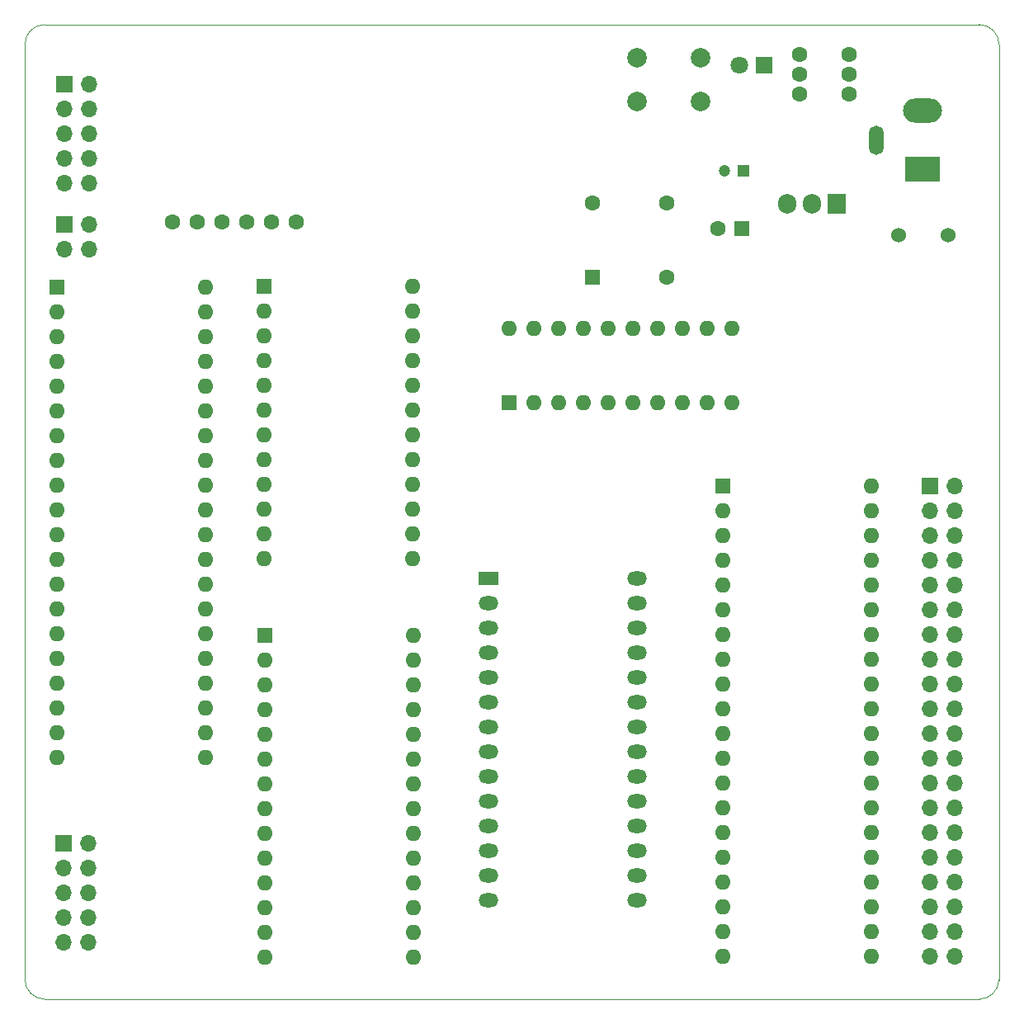
<source format=gbs>
G04 #@! TF.GenerationSoftware,KiCad,Pcbnew,6.0.11+dfsg-1*
G04 #@! TF.CreationDate,2024-06-12T11:52:24+08:00*
G04 #@! TF.ProjectId,DIY65C02.V2.CPU.Board,44495936-3543-4303-922e-56322e435055,rev?*
G04 #@! TF.SameCoordinates,Original*
G04 #@! TF.FileFunction,Soldermask,Bot*
G04 #@! TF.FilePolarity,Negative*
%FSLAX46Y46*%
G04 Gerber Fmt 4.6, Leading zero omitted, Abs format (unit mm)*
G04 Created by KiCad (PCBNEW 6.0.11+dfsg-1) date 2024-06-12 11:52:24*
%MOMM*%
%LPD*%
G01*
G04 APERTURE LIST*
G04 #@! TA.AperFunction,Profile*
%ADD10C,0.100000*%
G04 #@! TD*
%ADD11C,1.524000*%
%ADD12R,1.800000X1.800000*%
%ADD13C,1.800000*%
%ADD14R,1.600000X1.600000*%
%ADD15O,1.600000X1.600000*%
%ADD16C,1.600000*%
%ADD17R,1.700000X1.700000*%
%ADD18O,1.700000X1.700000*%
%ADD19R,1.905000X2.000000*%
%ADD20O,1.905000X2.000000*%
%ADD21C,2.000000*%
%ADD22R,1.200000X1.200000*%
%ADD23C,1.200000*%
%ADD24R,2.000000X1.440000*%
%ADD25O,2.000000X1.440000*%
%ADD26R,3.600000X2.600000*%
%ADD27O,4.000000X2.500000*%
%ADD28O,1.500000X3.000000*%
G04 APERTURE END LIST*
D10*
X59944000Y-49784000D02*
G75*
G03*
X57912000Y-51816000I0J-2032000D01*
G01*
X59940000Y-149782000D02*
X155825000Y-149782000D01*
X57908000Y-147750000D02*
G75*
G03*
X59940000Y-149782000I2032000J0D01*
G01*
X157861000Y-147828000D02*
X157861000Y-51816000D01*
X57912000Y-51816000D02*
X57912000Y-147828000D01*
X157861000Y-51816000D02*
G75*
G03*
X155829000Y-49784000I-2032000J0D01*
G01*
X155829000Y-49784000D02*
X59944000Y-49784000D01*
X155829000Y-149782000D02*
G75*
G03*
X157861000Y-147750000I0J2032000D01*
G01*
D11*
X152603200Y-71358000D03*
X147574000Y-71358000D03*
D12*
X133731000Y-53975000D03*
D13*
X131191000Y-53975000D03*
D14*
X129535000Y-97160000D03*
D15*
X129535000Y-99700000D03*
X129535000Y-102240000D03*
X129535000Y-104780000D03*
X129535000Y-107320000D03*
X129535000Y-109860000D03*
X129535000Y-112400000D03*
X129535000Y-114940000D03*
X129535000Y-117480000D03*
X129535000Y-120020000D03*
X129535000Y-122560000D03*
X129535000Y-125100000D03*
X129535000Y-127640000D03*
X129535000Y-130180000D03*
X129535000Y-132720000D03*
X129535000Y-135260000D03*
X129535000Y-137800000D03*
X129535000Y-140340000D03*
X129535000Y-142880000D03*
X129535000Y-145420000D03*
X144775000Y-145420000D03*
X144775000Y-142880000D03*
X144775000Y-140340000D03*
X144775000Y-137800000D03*
X144775000Y-135260000D03*
X144775000Y-132720000D03*
X144775000Y-130180000D03*
X144775000Y-127640000D03*
X144775000Y-125100000D03*
X144775000Y-122560000D03*
X144775000Y-120020000D03*
X144775000Y-117480000D03*
X144775000Y-114940000D03*
X144775000Y-112400000D03*
X144775000Y-109860000D03*
X144775000Y-107320000D03*
X144775000Y-104780000D03*
X144775000Y-102240000D03*
X144775000Y-99700000D03*
X144775000Y-97160000D03*
D14*
X61163200Y-76733400D03*
D15*
X61163200Y-79273400D03*
X61163200Y-81813400D03*
X61163200Y-84353400D03*
X61163200Y-86893400D03*
X61163200Y-89433400D03*
X61163200Y-91973400D03*
X61163200Y-94513400D03*
X61163200Y-97053400D03*
X61163200Y-99593400D03*
X61163200Y-102133400D03*
X61163200Y-104673400D03*
X61163200Y-107213400D03*
X61163200Y-109753400D03*
X61163200Y-112293400D03*
X61163200Y-114833400D03*
X61163200Y-117373400D03*
X61163200Y-119913400D03*
X61163200Y-122453400D03*
X61163200Y-124993400D03*
X76403200Y-124993400D03*
X76403200Y-122453400D03*
X76403200Y-119913400D03*
X76403200Y-117373400D03*
X76403200Y-114833400D03*
X76403200Y-112293400D03*
X76403200Y-109753400D03*
X76403200Y-107213400D03*
X76403200Y-104673400D03*
X76403200Y-102133400D03*
X76403200Y-99593400D03*
X76403200Y-97053400D03*
X76403200Y-94513400D03*
X76403200Y-91973400D03*
X76403200Y-89433400D03*
X76403200Y-86893400D03*
X76403200Y-84353400D03*
X76403200Y-81813400D03*
X76403200Y-79273400D03*
X76403200Y-76733400D03*
D16*
X137440000Y-52880000D03*
X137440000Y-54880000D03*
X137440000Y-56880000D03*
X142520000Y-52880000D03*
X142520000Y-54880000D03*
X142520000Y-56880000D03*
D17*
X61930600Y-70261800D03*
D18*
X64470600Y-70261800D03*
X61930600Y-72801800D03*
X64470600Y-72801800D03*
D14*
X131507113Y-70739000D03*
D16*
X129007113Y-70739000D03*
D19*
X141224000Y-68199000D03*
D20*
X138684000Y-68199000D03*
X136144000Y-68199000D03*
D14*
X107619800Y-88620600D03*
D15*
X110159800Y-88620600D03*
X112699800Y-88620600D03*
X115239800Y-88620600D03*
X117779800Y-88620600D03*
X120319800Y-88620600D03*
X122859800Y-88620600D03*
X125399800Y-88620600D03*
X127939800Y-88620600D03*
X130479800Y-88620600D03*
X130479800Y-81000600D03*
X127939800Y-81000600D03*
X125399800Y-81000600D03*
X122859800Y-81000600D03*
X120319800Y-81000600D03*
X117779800Y-81000600D03*
X115239800Y-81000600D03*
X112699800Y-81000600D03*
X110159800Y-81000600D03*
X107619800Y-81000600D03*
D17*
X61920200Y-55935800D03*
D18*
X64460200Y-55935800D03*
X61920200Y-58475800D03*
X64460200Y-58475800D03*
X61920200Y-61015800D03*
X64460200Y-61015800D03*
X61920200Y-63555800D03*
X64460200Y-63555800D03*
X61920200Y-66095800D03*
X64460200Y-66095800D03*
D21*
X127210000Y-53220000D03*
X120710000Y-53220000D03*
X127210000Y-57720000D03*
X120710000Y-57720000D03*
D22*
X131655600Y-64770000D03*
D23*
X129655600Y-64770000D03*
D24*
X105511600Y-106629200D03*
D25*
X105511600Y-109169200D03*
X105511600Y-111709200D03*
X105511600Y-114249200D03*
X105511600Y-116789200D03*
X105511600Y-119329200D03*
X105511600Y-121869200D03*
X105511600Y-124409200D03*
X105511600Y-126949200D03*
X105511600Y-129489200D03*
X105511600Y-132029200D03*
X105511600Y-134569200D03*
X105511600Y-137109200D03*
X105511600Y-139649200D03*
X120751600Y-139649200D03*
X120751600Y-137109200D03*
X120751600Y-134569200D03*
X120751600Y-132029200D03*
X120751600Y-129489200D03*
X120751600Y-126949200D03*
X120751600Y-124409200D03*
X120751600Y-121869200D03*
X120751600Y-119329200D03*
X120751600Y-116789200D03*
X120751600Y-114249200D03*
X120751600Y-111709200D03*
X120751600Y-109169200D03*
X120751600Y-106629200D03*
D17*
X150744000Y-97160000D03*
D18*
X153284000Y-97160000D03*
X150744000Y-99700000D03*
X153284000Y-99700000D03*
X150744000Y-102240000D03*
X153284000Y-102240000D03*
X150744000Y-104780000D03*
X153284000Y-104780000D03*
X150744000Y-107320000D03*
X153284000Y-107320000D03*
X150744000Y-109860000D03*
X153284000Y-109860000D03*
X150744000Y-112400000D03*
X153284000Y-112400000D03*
X150744000Y-114940000D03*
X153284000Y-114940000D03*
X150744000Y-117480000D03*
X153284000Y-117480000D03*
X150744000Y-120020000D03*
X153284000Y-120020000D03*
X150744000Y-122560000D03*
X153284000Y-122560000D03*
X150744000Y-125100000D03*
X153284000Y-125100000D03*
X150744000Y-127640000D03*
X153284000Y-127640000D03*
X150744000Y-130180000D03*
X153284000Y-130180000D03*
X150744000Y-132720000D03*
X153284000Y-132720000D03*
X150744000Y-135260000D03*
X153284000Y-135260000D03*
X150744000Y-137800000D03*
X153284000Y-137800000D03*
X150744000Y-140340000D03*
X153284000Y-140340000D03*
X150744000Y-142880000D03*
X153284000Y-142880000D03*
X150744000Y-145420000D03*
X153284000Y-145420000D03*
D14*
X82550000Y-112471200D03*
D15*
X82550000Y-115011200D03*
X82550000Y-117551200D03*
X82550000Y-120091200D03*
X82550000Y-122631200D03*
X82550000Y-125171200D03*
X82550000Y-127711200D03*
X82550000Y-130251200D03*
X82550000Y-132791200D03*
X82550000Y-135331200D03*
X82550000Y-137871200D03*
X82550000Y-140411200D03*
X82550000Y-142951200D03*
X82550000Y-145491200D03*
X97790000Y-145491200D03*
X97790000Y-142951200D03*
X97790000Y-140411200D03*
X97790000Y-137871200D03*
X97790000Y-135331200D03*
X97790000Y-132791200D03*
X97790000Y-130251200D03*
X97790000Y-127711200D03*
X97790000Y-125171200D03*
X97790000Y-122631200D03*
X97790000Y-120091200D03*
X97790000Y-117551200D03*
X97790000Y-115011200D03*
X97790000Y-112471200D03*
D14*
X82468800Y-76652200D03*
D15*
X82468800Y-79192200D03*
X82468800Y-81732200D03*
X82468800Y-84272200D03*
X82468800Y-86812200D03*
X82468800Y-89352200D03*
X82468800Y-91892200D03*
X82468800Y-94432200D03*
X82468800Y-96972200D03*
X82468800Y-99512200D03*
X82468800Y-102052200D03*
X82468800Y-104592200D03*
X97708800Y-104592200D03*
X97708800Y-102052200D03*
X97708800Y-99512200D03*
X97708800Y-96972200D03*
X97708800Y-94432200D03*
X97708800Y-91892200D03*
X97708800Y-89352200D03*
X97708800Y-86812200D03*
X97708800Y-84272200D03*
X97708800Y-81732200D03*
X97708800Y-79192200D03*
X97708800Y-76652200D03*
D26*
X149987000Y-64627000D03*
D27*
X149987000Y-58627000D03*
D28*
X145287000Y-61627000D03*
D14*
X116179600Y-75742800D03*
D16*
X123799600Y-75742800D03*
X123799600Y-68122800D03*
X116179600Y-68122800D03*
D17*
X61899800Y-133807200D03*
D18*
X64439800Y-133807200D03*
X61899800Y-136347200D03*
X64439800Y-136347200D03*
X61899800Y-138887200D03*
X64439800Y-138887200D03*
X61899800Y-141427200D03*
X64439800Y-141427200D03*
X61899800Y-143967200D03*
X64439800Y-143967200D03*
D16*
X73050000Y-70020000D03*
X75590000Y-70020000D03*
X78130000Y-70020000D03*
X80670000Y-70020000D03*
X83210000Y-70020000D03*
X85750000Y-70020000D03*
M02*

</source>
